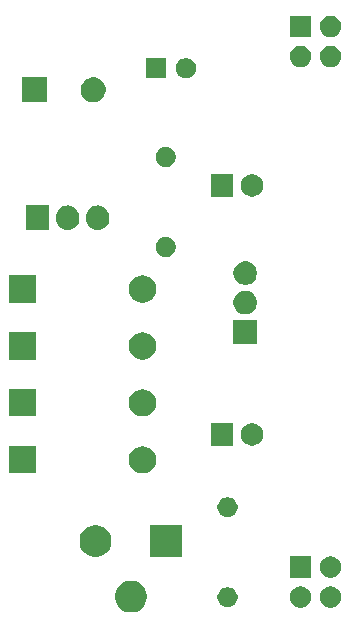
<source format=gbs>
G04 #@! TF.GenerationSoftware,KiCad,Pcbnew,(5.1.5)-3*
G04 #@! TF.CreationDate,2020-07-04T17:37:37-04:00*
G04 #@! TF.ProjectId,Power Supply,506f7765-7220-4537-9570-706c792e6b69,rev?*
G04 #@! TF.SameCoordinates,Original*
G04 #@! TF.FileFunction,Soldermask,Bot*
G04 #@! TF.FilePolarity,Negative*
%FSLAX46Y46*%
G04 Gerber Fmt 4.6, Leading zero omitted, Abs format (unit mm)*
G04 Created by KiCad (PCBNEW (5.1.5)-3) date 2020-07-04 17:37:37*
%MOMM*%
%LPD*%
G04 APERTURE LIST*
%ADD10C,0.100000*%
G04 APERTURE END LIST*
D10*
G36*
X143969852Y-116999878D02*
G01*
X144215719Y-117101719D01*
X144436992Y-117249570D01*
X144625170Y-117437748D01*
X144766264Y-117648908D01*
X144773022Y-117659023D01*
X144874862Y-117904888D01*
X144926780Y-118165897D01*
X144926780Y-118432023D01*
X144874862Y-118693032D01*
X144773022Y-118938897D01*
X144653251Y-119118147D01*
X144625170Y-119160172D01*
X144436992Y-119348350D01*
X144215719Y-119496201D01*
X144215718Y-119496202D01*
X144215717Y-119496202D01*
X143969852Y-119598042D01*
X143708843Y-119649960D01*
X143442717Y-119649960D01*
X143181708Y-119598042D01*
X142935843Y-119496202D01*
X142935842Y-119496202D01*
X142935841Y-119496201D01*
X142714568Y-119348350D01*
X142526390Y-119160172D01*
X142498310Y-119118147D01*
X142378538Y-118938897D01*
X142276698Y-118693032D01*
X142224780Y-118432023D01*
X142224780Y-118165897D01*
X142276698Y-117904888D01*
X142378538Y-117659023D01*
X142385297Y-117648908D01*
X142526390Y-117437748D01*
X142714568Y-117249570D01*
X142935841Y-117101719D01*
X143181708Y-116999878D01*
X143442717Y-116947960D01*
X143708843Y-116947960D01*
X143969852Y-116999878D01*
G37*
G36*
X160583092Y-117452687D02*
G01*
X160732392Y-117482384D01*
X160896364Y-117550304D01*
X161043934Y-117648907D01*
X161169433Y-117774406D01*
X161268036Y-117921976D01*
X161335956Y-118085948D01*
X161365653Y-118235248D01*
X161370580Y-118260018D01*
X161370580Y-118437502D01*
X161368528Y-118447816D01*
X161335956Y-118611572D01*
X161268036Y-118775544D01*
X161169433Y-118923114D01*
X161043934Y-119048613D01*
X160896364Y-119147216D01*
X160732392Y-119215136D01*
X160583092Y-119244833D01*
X160558322Y-119249760D01*
X160380838Y-119249760D01*
X160356068Y-119244833D01*
X160206768Y-119215136D01*
X160042796Y-119147216D01*
X159895226Y-119048613D01*
X159769727Y-118923114D01*
X159671124Y-118775544D01*
X159603204Y-118611572D01*
X159570632Y-118447816D01*
X159568580Y-118437502D01*
X159568580Y-118260018D01*
X159573507Y-118235248D01*
X159603204Y-118085948D01*
X159671124Y-117921976D01*
X159769727Y-117774406D01*
X159895226Y-117648907D01*
X160042796Y-117550304D01*
X160206768Y-117482384D01*
X160356068Y-117452687D01*
X160380838Y-117447760D01*
X160558322Y-117447760D01*
X160583092Y-117452687D01*
G37*
G36*
X158043092Y-117452687D02*
G01*
X158192392Y-117482384D01*
X158356364Y-117550304D01*
X158503934Y-117648907D01*
X158629433Y-117774406D01*
X158728036Y-117921976D01*
X158795956Y-118085948D01*
X158825653Y-118235248D01*
X158830580Y-118260018D01*
X158830580Y-118437502D01*
X158828528Y-118447816D01*
X158795956Y-118611572D01*
X158728036Y-118775544D01*
X158629433Y-118923114D01*
X158503934Y-119048613D01*
X158356364Y-119147216D01*
X158192392Y-119215136D01*
X158043092Y-119244833D01*
X158018322Y-119249760D01*
X157840838Y-119249760D01*
X157816068Y-119244833D01*
X157666768Y-119215136D01*
X157502796Y-119147216D01*
X157355226Y-119048613D01*
X157229727Y-118923114D01*
X157131124Y-118775544D01*
X157063204Y-118611572D01*
X157030632Y-118447816D01*
X157028580Y-118437502D01*
X157028580Y-118260018D01*
X157033507Y-118235248D01*
X157063204Y-118085948D01*
X157131124Y-117921976D01*
X157229727Y-117774406D01*
X157355226Y-117648907D01*
X157502796Y-117550304D01*
X157666768Y-117482384D01*
X157816068Y-117452687D01*
X157840838Y-117447760D01*
X158018322Y-117447760D01*
X158043092Y-117452687D01*
G37*
G36*
X151997988Y-117545703D02*
G01*
X152152860Y-117609853D01*
X152292241Y-117702985D01*
X152410775Y-117821519D01*
X152503907Y-117960900D01*
X152568057Y-118115772D01*
X152600760Y-118280184D01*
X152600760Y-118447816D01*
X152568057Y-118612228D01*
X152503907Y-118767100D01*
X152410775Y-118906481D01*
X152292241Y-119025015D01*
X152152860Y-119118147D01*
X151997988Y-119182297D01*
X151833576Y-119215000D01*
X151665944Y-119215000D01*
X151501532Y-119182297D01*
X151346660Y-119118147D01*
X151207279Y-119025015D01*
X151088745Y-118906481D01*
X150995613Y-118767100D01*
X150931463Y-118612228D01*
X150898760Y-118447816D01*
X150898760Y-118280184D01*
X150931463Y-118115772D01*
X150995613Y-117960900D01*
X151088745Y-117821519D01*
X151207279Y-117702985D01*
X151346660Y-117609853D01*
X151501532Y-117545703D01*
X151665944Y-117513000D01*
X151833576Y-117513000D01*
X151997988Y-117545703D01*
G37*
G36*
X158830580Y-116709760D02*
G01*
X157028580Y-116709760D01*
X157028580Y-114907760D01*
X158830580Y-114907760D01*
X158830580Y-116709760D01*
G37*
G36*
X160583092Y-114912687D02*
G01*
X160732392Y-114942384D01*
X160896364Y-115010304D01*
X161043934Y-115108907D01*
X161169433Y-115234406D01*
X161268036Y-115381976D01*
X161335956Y-115545948D01*
X161370580Y-115720019D01*
X161370580Y-115897501D01*
X161335956Y-116071572D01*
X161268036Y-116235544D01*
X161169433Y-116383114D01*
X161043934Y-116508613D01*
X160896364Y-116607216D01*
X160732392Y-116675136D01*
X160583092Y-116704833D01*
X160558322Y-116709760D01*
X160380838Y-116709760D01*
X160356068Y-116704833D01*
X160206768Y-116675136D01*
X160042796Y-116607216D01*
X159895226Y-116508613D01*
X159769727Y-116383114D01*
X159671124Y-116235544D01*
X159603204Y-116071572D01*
X159568580Y-115897501D01*
X159568580Y-115720019D01*
X159603204Y-115545948D01*
X159671124Y-115381976D01*
X159769727Y-115234406D01*
X159895226Y-115108907D01*
X160042796Y-115010304D01*
X160206768Y-114942384D01*
X160356068Y-114912687D01*
X160380838Y-114907760D01*
X160558322Y-114907760D01*
X160583092Y-114912687D01*
G37*
G36*
X147926780Y-114949960D02*
G01*
X145224780Y-114949960D01*
X145224780Y-112247960D01*
X147926780Y-112247960D01*
X147926780Y-114949960D01*
G37*
G36*
X140969852Y-112299878D02*
G01*
X141215719Y-112401719D01*
X141436992Y-112549570D01*
X141625170Y-112737748D01*
X141773021Y-112959021D01*
X141874862Y-113204888D01*
X141926780Y-113465898D01*
X141926780Y-113732022D01*
X141874862Y-113993032D01*
X141773021Y-114238899D01*
X141625170Y-114460172D01*
X141436992Y-114648350D01*
X141215719Y-114796201D01*
X141215718Y-114796202D01*
X141215717Y-114796202D01*
X140969852Y-114898042D01*
X140708843Y-114949960D01*
X140442717Y-114949960D01*
X140181708Y-114898042D01*
X139935843Y-114796202D01*
X139935842Y-114796202D01*
X139935841Y-114796201D01*
X139714568Y-114648350D01*
X139526390Y-114460172D01*
X139378539Y-114238899D01*
X139276698Y-113993032D01*
X139224780Y-113732022D01*
X139224780Y-113465898D01*
X139276698Y-113204888D01*
X139378539Y-112959021D01*
X139526390Y-112737748D01*
X139714568Y-112549570D01*
X139935841Y-112401719D01*
X140181708Y-112299878D01*
X140442717Y-112247960D01*
X140708843Y-112247960D01*
X140969852Y-112299878D01*
G37*
G36*
X151997988Y-109925703D02*
G01*
X152152860Y-109989853D01*
X152292241Y-110082985D01*
X152410775Y-110201519D01*
X152503907Y-110340900D01*
X152568057Y-110495772D01*
X152600760Y-110660184D01*
X152600760Y-110827816D01*
X152568057Y-110992228D01*
X152503907Y-111147100D01*
X152410775Y-111286481D01*
X152292241Y-111405015D01*
X152152860Y-111498147D01*
X151997988Y-111562297D01*
X151833576Y-111595000D01*
X151665944Y-111595000D01*
X151501532Y-111562297D01*
X151346660Y-111498147D01*
X151207279Y-111405015D01*
X151088745Y-111286481D01*
X150995613Y-111147100D01*
X150931463Y-110992228D01*
X150898760Y-110827816D01*
X150898760Y-110660184D01*
X150931463Y-110495772D01*
X150995613Y-110340900D01*
X151088745Y-110201519D01*
X151207279Y-110082985D01*
X151346660Y-109989853D01*
X151501532Y-109925703D01*
X151665944Y-109893000D01*
X151833576Y-109893000D01*
X151997988Y-109925703D01*
G37*
G36*
X135547480Y-107879260D02*
G01*
X133245480Y-107879260D01*
X133245480Y-105577260D01*
X135547480Y-105577260D01*
X135547480Y-107879260D01*
G37*
G36*
X144781029Y-105599376D02*
G01*
X144892214Y-105621492D01*
X145101683Y-105708257D01*
X145290200Y-105834220D01*
X145450520Y-105994540D01*
X145576483Y-106183057D01*
X145663248Y-106392526D01*
X145707480Y-106614896D01*
X145707480Y-106841624D01*
X145663248Y-107063994D01*
X145576483Y-107273463D01*
X145450520Y-107461980D01*
X145290200Y-107622300D01*
X145101683Y-107748263D01*
X144892214Y-107835028D01*
X144781029Y-107857144D01*
X144669845Y-107879260D01*
X144443115Y-107879260D01*
X144331931Y-107857144D01*
X144220746Y-107835028D01*
X144011277Y-107748263D01*
X143822760Y-107622300D01*
X143662440Y-107461980D01*
X143536477Y-107273463D01*
X143449712Y-107063994D01*
X143405480Y-106841624D01*
X143405480Y-106614896D01*
X143449712Y-106392526D01*
X143536477Y-106183057D01*
X143662440Y-105994540D01*
X143822760Y-105834220D01*
X144011277Y-105708257D01*
X144220746Y-105621492D01*
X144331931Y-105599376D01*
X144443115Y-105577260D01*
X144669845Y-105577260D01*
X144781029Y-105599376D01*
G37*
G36*
X154088975Y-103664306D02*
G01*
X154262046Y-103735994D01*
X154262047Y-103735995D01*
X154417807Y-103840070D01*
X154550270Y-103972533D01*
X154550271Y-103972535D01*
X154654346Y-104128294D01*
X154726034Y-104301365D01*
X154762580Y-104485093D01*
X154762580Y-104672427D01*
X154726034Y-104856155D01*
X154654346Y-105029226D01*
X154654345Y-105029227D01*
X154550270Y-105184987D01*
X154417807Y-105317450D01*
X154339398Y-105369841D01*
X154262046Y-105421526D01*
X154088975Y-105493214D01*
X153905247Y-105529760D01*
X153717913Y-105529760D01*
X153534185Y-105493214D01*
X153361114Y-105421526D01*
X153283762Y-105369841D01*
X153205353Y-105317450D01*
X153072890Y-105184987D01*
X152968815Y-105029227D01*
X152968814Y-105029226D01*
X152897126Y-104856155D01*
X152860580Y-104672427D01*
X152860580Y-104485093D01*
X152897126Y-104301365D01*
X152968814Y-104128294D01*
X153072889Y-103972535D01*
X153072890Y-103972533D01*
X153205353Y-103840070D01*
X153361113Y-103735995D01*
X153361114Y-103735994D01*
X153534185Y-103664306D01*
X153717913Y-103627760D01*
X153905247Y-103627760D01*
X154088975Y-103664306D01*
G37*
G36*
X152222580Y-105529760D02*
G01*
X150320580Y-105529760D01*
X150320580Y-103627760D01*
X152222580Y-103627760D01*
X152222580Y-105529760D01*
G37*
G36*
X135547480Y-103057492D02*
G01*
X133245480Y-103057492D01*
X133245480Y-100755492D01*
X135547480Y-100755492D01*
X135547480Y-103057492D01*
G37*
G36*
X144781029Y-100777608D02*
G01*
X144892214Y-100799724D01*
X145101683Y-100886489D01*
X145290200Y-101012452D01*
X145450520Y-101172772D01*
X145576483Y-101361289D01*
X145663248Y-101570758D01*
X145707480Y-101793128D01*
X145707480Y-102019856D01*
X145663248Y-102242226D01*
X145576483Y-102451695D01*
X145450520Y-102640212D01*
X145290200Y-102800532D01*
X145101683Y-102926495D01*
X144892214Y-103013260D01*
X144781029Y-103035376D01*
X144669845Y-103057492D01*
X144443115Y-103057492D01*
X144331931Y-103035376D01*
X144220746Y-103013260D01*
X144011277Y-102926495D01*
X143822760Y-102800532D01*
X143662440Y-102640212D01*
X143536477Y-102451695D01*
X143449712Y-102242226D01*
X143405480Y-102019856D01*
X143405480Y-101793128D01*
X143449712Y-101570758D01*
X143536477Y-101361289D01*
X143662440Y-101172772D01*
X143822760Y-101012452D01*
X144011277Y-100886489D01*
X144220746Y-100799724D01*
X144331931Y-100777608D01*
X144443115Y-100755492D01*
X144669845Y-100755492D01*
X144781029Y-100777608D01*
G37*
G36*
X144781029Y-95955842D02*
G01*
X144892214Y-95977958D01*
X145101683Y-96064723D01*
X145290200Y-96190686D01*
X145450520Y-96351006D01*
X145576483Y-96539523D01*
X145663248Y-96748992D01*
X145707480Y-96971362D01*
X145707480Y-97198090D01*
X145663248Y-97420460D01*
X145576483Y-97629929D01*
X145450520Y-97818446D01*
X145290200Y-97978766D01*
X145101683Y-98104729D01*
X144892214Y-98191494D01*
X144781029Y-98213610D01*
X144669845Y-98235726D01*
X144443115Y-98235726D01*
X144331931Y-98213610D01*
X144220746Y-98191494D01*
X144011277Y-98104729D01*
X143822760Y-97978766D01*
X143662440Y-97818446D01*
X143536477Y-97629929D01*
X143449712Y-97420460D01*
X143405480Y-97198090D01*
X143405480Y-96971362D01*
X143449712Y-96748992D01*
X143536477Y-96539523D01*
X143662440Y-96351006D01*
X143822760Y-96190686D01*
X144011277Y-96064723D01*
X144220746Y-95977958D01*
X144331931Y-95955842D01*
X144443115Y-95933726D01*
X144669845Y-95933726D01*
X144781029Y-95955842D01*
G37*
G36*
X135547480Y-98235726D02*
G01*
X133245480Y-98235726D01*
X133245480Y-95933726D01*
X135547480Y-95933726D01*
X135547480Y-98235726D01*
G37*
G36*
X154240980Y-96913960D02*
G01*
X152238980Y-96913960D01*
X152238980Y-94911960D01*
X154240980Y-94911960D01*
X154240980Y-96913960D01*
G37*
G36*
X153435265Y-92431194D02*
G01*
X153531961Y-92450428D01*
X153714131Y-92525886D01*
X153878080Y-92635433D01*
X154017507Y-92774860D01*
X154127054Y-92938809D01*
X154202512Y-93120979D01*
X154240980Y-93314370D01*
X154240980Y-93511550D01*
X154202512Y-93704941D01*
X154127054Y-93887111D01*
X154017507Y-94051060D01*
X153878080Y-94190487D01*
X153714131Y-94300034D01*
X153531961Y-94375492D01*
X153338571Y-94413960D01*
X153141389Y-94413960D01*
X152947999Y-94375492D01*
X152765829Y-94300034D01*
X152601880Y-94190487D01*
X152462453Y-94051060D01*
X152352906Y-93887111D01*
X152277448Y-93704941D01*
X152238980Y-93511550D01*
X152238980Y-93314370D01*
X152277448Y-93120979D01*
X152352906Y-92938809D01*
X152462453Y-92774860D01*
X152601880Y-92635433D01*
X152765829Y-92525886D01*
X152947999Y-92450428D01*
X153044695Y-92431194D01*
X153141389Y-92411960D01*
X153338571Y-92411960D01*
X153435265Y-92431194D01*
G37*
G36*
X144781029Y-91134076D02*
G01*
X144892214Y-91156192D01*
X145101683Y-91242957D01*
X145290200Y-91368920D01*
X145450520Y-91529240D01*
X145576483Y-91717757D01*
X145663248Y-91927226D01*
X145707480Y-92149596D01*
X145707480Y-92376324D01*
X145663248Y-92598694D01*
X145576483Y-92808163D01*
X145450520Y-92996680D01*
X145290200Y-93157000D01*
X145101683Y-93282963D01*
X144892214Y-93369728D01*
X144781029Y-93391844D01*
X144669845Y-93413960D01*
X144443115Y-93413960D01*
X144331931Y-93391844D01*
X144220746Y-93369728D01*
X144011277Y-93282963D01*
X143822760Y-93157000D01*
X143662440Y-92996680D01*
X143536477Y-92808163D01*
X143449712Y-92598694D01*
X143405480Y-92376324D01*
X143405480Y-92149596D01*
X143449712Y-91927226D01*
X143536477Y-91717757D01*
X143662440Y-91529240D01*
X143822760Y-91368920D01*
X144011277Y-91242957D01*
X144220746Y-91156192D01*
X144331931Y-91134076D01*
X144443115Y-91111960D01*
X144669845Y-91111960D01*
X144781029Y-91134076D01*
G37*
G36*
X135547480Y-93413960D02*
G01*
X133245480Y-93413960D01*
X133245480Y-91111960D01*
X135547480Y-91111960D01*
X135547480Y-93413960D01*
G37*
G36*
X153435265Y-89931194D02*
G01*
X153531961Y-89950428D01*
X153714131Y-90025886D01*
X153878080Y-90135433D01*
X154017507Y-90274860D01*
X154127054Y-90438809D01*
X154202512Y-90620979D01*
X154240980Y-90814370D01*
X154240980Y-91011550D01*
X154202512Y-91204941D01*
X154127054Y-91387111D01*
X154017507Y-91551060D01*
X153878080Y-91690487D01*
X153714131Y-91800034D01*
X153531961Y-91875492D01*
X153338571Y-91913960D01*
X153141389Y-91913960D01*
X152947999Y-91875492D01*
X152765829Y-91800034D01*
X152601880Y-91690487D01*
X152462453Y-91551060D01*
X152352906Y-91387111D01*
X152277448Y-91204941D01*
X152238980Y-91011550D01*
X152238980Y-90814370D01*
X152277448Y-90620979D01*
X152352906Y-90438809D01*
X152462453Y-90274860D01*
X152601880Y-90135433D01*
X152765829Y-90025886D01*
X152947999Y-89950428D01*
X153044695Y-89931194D01*
X153141389Y-89911960D01*
X153338571Y-89911960D01*
X153435265Y-89931194D01*
G37*
G36*
X146760508Y-87888663D02*
G01*
X146915380Y-87952813D01*
X147054761Y-88045945D01*
X147173295Y-88164479D01*
X147266427Y-88303860D01*
X147330577Y-88458732D01*
X147363280Y-88623144D01*
X147363280Y-88790776D01*
X147330577Y-88955188D01*
X147266427Y-89110060D01*
X147173295Y-89249441D01*
X147054761Y-89367975D01*
X146915380Y-89461107D01*
X146760508Y-89525257D01*
X146596096Y-89557960D01*
X146428464Y-89557960D01*
X146264052Y-89525257D01*
X146109180Y-89461107D01*
X145969799Y-89367975D01*
X145851265Y-89249441D01*
X145758133Y-89110060D01*
X145693983Y-88955188D01*
X145661280Y-88790776D01*
X145661280Y-88623144D01*
X145693983Y-88458732D01*
X145758133Y-88303860D01*
X145851265Y-88164479D01*
X145969799Y-88045945D01*
X146109180Y-87952813D01*
X146264052Y-87888663D01*
X146428464Y-87855960D01*
X146596096Y-87855960D01*
X146760508Y-87888663D01*
G37*
G36*
X138403199Y-85206680D02*
G01*
X138592360Y-85264061D01*
X138592363Y-85264062D01*
X138684813Y-85313478D01*
X138766692Y-85357243D01*
X138919495Y-85482645D01*
X139044897Y-85635448D01*
X139138079Y-85809779D01*
X139195460Y-85998940D01*
X139209980Y-86146366D01*
X139209980Y-86339953D01*
X139195460Y-86487379D01*
X139138079Y-86676540D01*
X139138078Y-86676543D01*
X139088662Y-86768993D01*
X139044897Y-86850872D01*
X138919495Y-87003675D01*
X138766692Y-87129077D01*
X138592361Y-87222259D01*
X138403200Y-87279640D01*
X138206480Y-87299015D01*
X138009761Y-87279640D01*
X137820600Y-87222259D01*
X137646268Y-87129077D01*
X137493465Y-87003675D01*
X137368063Y-86850872D01*
X137274881Y-86676541D01*
X137217500Y-86487380D01*
X137202980Y-86339954D01*
X137202980Y-86146367D01*
X137217500Y-85998941D01*
X137274881Y-85809780D01*
X137274882Y-85809777D01*
X137324298Y-85717327D01*
X137368063Y-85635448D01*
X137493465Y-85482645D01*
X137646268Y-85357243D01*
X137820599Y-85264061D01*
X138009760Y-85206680D01*
X138206480Y-85187305D01*
X138403199Y-85206680D01*
G37*
G36*
X140943199Y-85206680D02*
G01*
X141132360Y-85264061D01*
X141132363Y-85264062D01*
X141224813Y-85313478D01*
X141306692Y-85357243D01*
X141459495Y-85482645D01*
X141584897Y-85635448D01*
X141678079Y-85809779D01*
X141735460Y-85998940D01*
X141749980Y-86146366D01*
X141749980Y-86339953D01*
X141735460Y-86487379D01*
X141678079Y-86676540D01*
X141678078Y-86676543D01*
X141628662Y-86768993D01*
X141584897Y-86850872D01*
X141459495Y-87003675D01*
X141306692Y-87129077D01*
X141132361Y-87222259D01*
X140943200Y-87279640D01*
X140746480Y-87299015D01*
X140549761Y-87279640D01*
X140360600Y-87222259D01*
X140186268Y-87129077D01*
X140033465Y-87003675D01*
X139908063Y-86850872D01*
X139814881Y-86676541D01*
X139757500Y-86487380D01*
X139742980Y-86339954D01*
X139742980Y-86146367D01*
X139757500Y-85998941D01*
X139814881Y-85809780D01*
X139814882Y-85809777D01*
X139864298Y-85717327D01*
X139908063Y-85635448D01*
X140033465Y-85482645D01*
X140186268Y-85357243D01*
X140360599Y-85264061D01*
X140549760Y-85206680D01*
X140746480Y-85187305D01*
X140943199Y-85206680D01*
G37*
G36*
X136669980Y-87294160D02*
G01*
X134662980Y-87294160D01*
X134662980Y-85192160D01*
X136669980Y-85192160D01*
X136669980Y-87294160D01*
G37*
G36*
X152222580Y-84438160D02*
G01*
X150320580Y-84438160D01*
X150320580Y-82536160D01*
X152222580Y-82536160D01*
X152222580Y-84438160D01*
G37*
G36*
X154088975Y-82572706D02*
G01*
X154262046Y-82644394D01*
X154262047Y-82644395D01*
X154417807Y-82748470D01*
X154550270Y-82880933D01*
X154550271Y-82880935D01*
X154654346Y-83036694D01*
X154726034Y-83209765D01*
X154762580Y-83393493D01*
X154762580Y-83580827D01*
X154726034Y-83764555D01*
X154654346Y-83937626D01*
X154654345Y-83937627D01*
X154550270Y-84093387D01*
X154417807Y-84225850D01*
X154339398Y-84278241D01*
X154262046Y-84329926D01*
X154088975Y-84401614D01*
X153905247Y-84438160D01*
X153717913Y-84438160D01*
X153534185Y-84401614D01*
X153361114Y-84329926D01*
X153283762Y-84278241D01*
X153205353Y-84225850D01*
X153072890Y-84093387D01*
X152968815Y-83937627D01*
X152968814Y-83937626D01*
X152897126Y-83764555D01*
X152860580Y-83580827D01*
X152860580Y-83393493D01*
X152897126Y-83209765D01*
X152968814Y-83036694D01*
X153072889Y-82880935D01*
X153072890Y-82880933D01*
X153205353Y-82748470D01*
X153361113Y-82644395D01*
X153361114Y-82644394D01*
X153534185Y-82572706D01*
X153717913Y-82536160D01*
X153905247Y-82536160D01*
X154088975Y-82572706D01*
G37*
G36*
X146760508Y-80268663D02*
G01*
X146915380Y-80332813D01*
X147054761Y-80425945D01*
X147173295Y-80544479D01*
X147266427Y-80683860D01*
X147330577Y-80838732D01*
X147363280Y-81003144D01*
X147363280Y-81170776D01*
X147330577Y-81335188D01*
X147266427Y-81490060D01*
X147173295Y-81629441D01*
X147054761Y-81747975D01*
X146915380Y-81841107D01*
X146760508Y-81905257D01*
X146596096Y-81937960D01*
X146428464Y-81937960D01*
X146264052Y-81905257D01*
X146109180Y-81841107D01*
X145969799Y-81747975D01*
X145851265Y-81629441D01*
X145758133Y-81490060D01*
X145693983Y-81335188D01*
X145661280Y-81170776D01*
X145661280Y-81003144D01*
X145693983Y-80838732D01*
X145758133Y-80683860D01*
X145851265Y-80544479D01*
X145969799Y-80425945D01*
X146109180Y-80332813D01*
X146264052Y-80268663D01*
X146428464Y-80235960D01*
X146596096Y-80235960D01*
X146760508Y-80268663D01*
G37*
G36*
X140693644Y-74374049D02*
G01*
X140884913Y-74453275D01*
X140884915Y-74453276D01*
X141057053Y-74568295D01*
X141203445Y-74714687D01*
X141318465Y-74886827D01*
X141397691Y-75078096D01*
X141438080Y-75281144D01*
X141438080Y-75488176D01*
X141397691Y-75691224D01*
X141318465Y-75882493D01*
X141318464Y-75882495D01*
X141203445Y-76054633D01*
X141057053Y-76201025D01*
X140884915Y-76316044D01*
X140884914Y-76316045D01*
X140884913Y-76316045D01*
X140693644Y-76395271D01*
X140490596Y-76435660D01*
X140283564Y-76435660D01*
X140080516Y-76395271D01*
X139889247Y-76316045D01*
X139889246Y-76316045D01*
X139889245Y-76316044D01*
X139717107Y-76201025D01*
X139570715Y-76054633D01*
X139455696Y-75882495D01*
X139455695Y-75882493D01*
X139376469Y-75691224D01*
X139336080Y-75488176D01*
X139336080Y-75281144D01*
X139376469Y-75078096D01*
X139455695Y-74886827D01*
X139570715Y-74714687D01*
X139717107Y-74568295D01*
X139889245Y-74453276D01*
X139889247Y-74453275D01*
X140080516Y-74374049D01*
X140283564Y-74333660D01*
X140490596Y-74333660D01*
X140693644Y-74374049D01*
G37*
G36*
X136438080Y-76435660D02*
G01*
X134336080Y-76435660D01*
X134336080Y-74333660D01*
X136438080Y-74333660D01*
X136438080Y-76435660D01*
G37*
G36*
X146575880Y-74419560D02*
G01*
X144873880Y-74419560D01*
X144873880Y-72717560D01*
X146575880Y-72717560D01*
X146575880Y-74419560D01*
G37*
G36*
X148473108Y-72750263D02*
G01*
X148627980Y-72814413D01*
X148767361Y-72907545D01*
X148885895Y-73026079D01*
X148979027Y-73165460D01*
X149043177Y-73320332D01*
X149075880Y-73484744D01*
X149075880Y-73652376D01*
X149043177Y-73816788D01*
X148979027Y-73971660D01*
X148885895Y-74111041D01*
X148767361Y-74229575D01*
X148627980Y-74322707D01*
X148473108Y-74386857D01*
X148308696Y-74419560D01*
X148141064Y-74419560D01*
X147976652Y-74386857D01*
X147821780Y-74322707D01*
X147682399Y-74229575D01*
X147563865Y-74111041D01*
X147470733Y-73971660D01*
X147406583Y-73816788D01*
X147373880Y-73652376D01*
X147373880Y-73484744D01*
X147406583Y-73320332D01*
X147470733Y-73165460D01*
X147563865Y-73026079D01*
X147682399Y-72907545D01*
X147821780Y-72814413D01*
X147976652Y-72750263D01*
X148141064Y-72717560D01*
X148308696Y-72717560D01*
X148473108Y-72750263D01*
G37*
G36*
X160583092Y-71669187D02*
G01*
X160732392Y-71698884D01*
X160896364Y-71766804D01*
X161043934Y-71865407D01*
X161169433Y-71990906D01*
X161268036Y-72138476D01*
X161335956Y-72302448D01*
X161370580Y-72476519D01*
X161370580Y-72654001D01*
X161335956Y-72828072D01*
X161268036Y-72992044D01*
X161169433Y-73139614D01*
X161043934Y-73265113D01*
X160896364Y-73363716D01*
X160732392Y-73431636D01*
X160583092Y-73461333D01*
X160558322Y-73466260D01*
X160380838Y-73466260D01*
X160356068Y-73461333D01*
X160206768Y-73431636D01*
X160042796Y-73363716D01*
X159895226Y-73265113D01*
X159769727Y-73139614D01*
X159671124Y-72992044D01*
X159603204Y-72828072D01*
X159568580Y-72654001D01*
X159568580Y-72476519D01*
X159603204Y-72302448D01*
X159671124Y-72138476D01*
X159769727Y-71990906D01*
X159895226Y-71865407D01*
X160042796Y-71766804D01*
X160206768Y-71698884D01*
X160356068Y-71669187D01*
X160380838Y-71664260D01*
X160558322Y-71664260D01*
X160583092Y-71669187D01*
G37*
G36*
X158043092Y-71669187D02*
G01*
X158192392Y-71698884D01*
X158356364Y-71766804D01*
X158503934Y-71865407D01*
X158629433Y-71990906D01*
X158728036Y-72138476D01*
X158795956Y-72302448D01*
X158830580Y-72476519D01*
X158830580Y-72654001D01*
X158795956Y-72828072D01*
X158728036Y-72992044D01*
X158629433Y-73139614D01*
X158503934Y-73265113D01*
X158356364Y-73363716D01*
X158192392Y-73431636D01*
X158043092Y-73461333D01*
X158018322Y-73466260D01*
X157840838Y-73466260D01*
X157816068Y-73461333D01*
X157666768Y-73431636D01*
X157502796Y-73363716D01*
X157355226Y-73265113D01*
X157229727Y-73139614D01*
X157131124Y-72992044D01*
X157063204Y-72828072D01*
X157028580Y-72654001D01*
X157028580Y-72476519D01*
X157063204Y-72302448D01*
X157131124Y-72138476D01*
X157229727Y-71990906D01*
X157355226Y-71865407D01*
X157502796Y-71766804D01*
X157666768Y-71698884D01*
X157816068Y-71669187D01*
X157840838Y-71664260D01*
X158018322Y-71664260D01*
X158043092Y-71669187D01*
G37*
G36*
X160583092Y-69129187D02*
G01*
X160732392Y-69158884D01*
X160896364Y-69226804D01*
X161043934Y-69325407D01*
X161169433Y-69450906D01*
X161268036Y-69598476D01*
X161335956Y-69762448D01*
X161370580Y-69936519D01*
X161370580Y-70114001D01*
X161335956Y-70288072D01*
X161268036Y-70452044D01*
X161169433Y-70599614D01*
X161043934Y-70725113D01*
X160896364Y-70823716D01*
X160732392Y-70891636D01*
X160583092Y-70921333D01*
X160558322Y-70926260D01*
X160380838Y-70926260D01*
X160356068Y-70921333D01*
X160206768Y-70891636D01*
X160042796Y-70823716D01*
X159895226Y-70725113D01*
X159769727Y-70599614D01*
X159671124Y-70452044D01*
X159603204Y-70288072D01*
X159568580Y-70114001D01*
X159568580Y-69936519D01*
X159603204Y-69762448D01*
X159671124Y-69598476D01*
X159769727Y-69450906D01*
X159895226Y-69325407D01*
X160042796Y-69226804D01*
X160206768Y-69158884D01*
X160356068Y-69129187D01*
X160380838Y-69124260D01*
X160558322Y-69124260D01*
X160583092Y-69129187D01*
G37*
G36*
X158830580Y-70926260D02*
G01*
X157028580Y-70926260D01*
X157028580Y-69124260D01*
X158830580Y-69124260D01*
X158830580Y-70926260D01*
G37*
M02*

</source>
